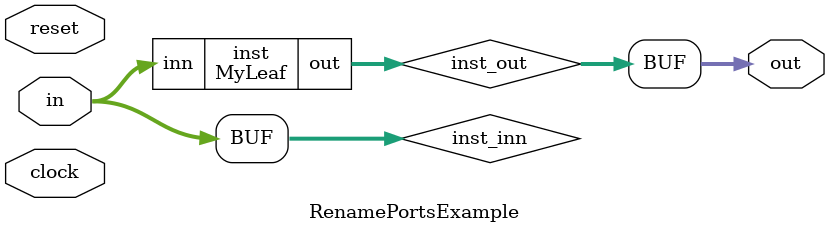
<source format=v>
module MyLeaf(
  input  [2:0] inn,
  output [2:0] out
);
  assign out = inn; // @[ForceNames.scala 36:9]
endmodule
module RenamePortsExample(
  input        clock,
  input        reset,
  input  [2:0] in,
  output [2:0] out
);
  wire [2:0] inst_inn; // @[ForceNames.scala 41:22]
  wire [2:0] inst_out; // @[ForceNames.scala 41:22]
  MyLeaf inst ( // @[ForceNames.scala 41:22]
    .inn(inst_inn),
    .out(inst_out)
  );
  assign out = inst_out; // @[ForceNames.scala 43:9]
  assign inst_inn = in; // @[ForceNames.scala 42:13]
endmodule

</source>
